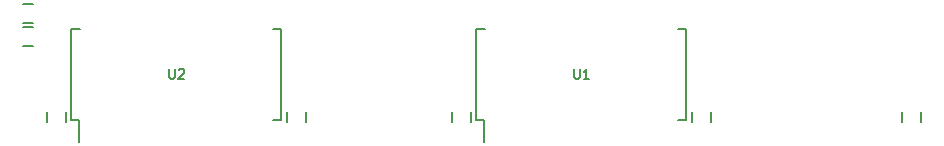
<source format=gto>
G04 #@! TF.GenerationSoftware,KiCad,Pcbnew,(5.1.10-1-10_14)*
G04 #@! TF.CreationDate,2021-06-21T04:48:21-04:00*
G04 #@! TF.ProjectId,GW4190-SOP,47573431-3930-42d5-934f-502e6b696361,2.0-SOP*
G04 #@! TF.SameCoordinates,Original*
G04 #@! TF.FileFunction,Legend,Top*
G04 #@! TF.FilePolarity,Positive*
%FSLAX46Y46*%
G04 Gerber Fmt 4.6, Leading zero omitted, Abs format (unit mm)*
G04 Created by KiCad (PCBNEW (5.1.10-1-10_14)) date 2021-06-21 04:48:21*
%MOMM*%
%LPD*%
G01*
G04 APERTURE LIST*
%ADD10C,0.152400*%
%ADD11C,0.203200*%
%ADD12C,0.952400*%
G04 APERTURE END LIST*
D10*
X85890000Y-93663400D02*
X85890000Y-92850600D01*
X84290000Y-93663400D02*
X84290000Y-92850600D01*
X106210000Y-93663400D02*
X106210000Y-92850600D01*
X104610000Y-93663400D02*
X104610000Y-92850600D01*
X120180000Y-93663400D02*
X120180000Y-92850600D01*
X118580000Y-93663400D02*
X118580000Y-92850600D01*
X158280000Y-93663400D02*
X158280000Y-92850600D01*
X156680000Y-93663400D02*
X156680000Y-92850600D01*
X140500000Y-93663400D02*
X140500000Y-92850600D01*
X138900000Y-93663400D02*
X138900000Y-92850600D01*
X83106400Y-85700000D02*
X82293600Y-85700000D01*
X83106400Y-87300000D02*
X82293600Y-87300000D01*
X82293600Y-85300000D02*
X83106400Y-85300000D01*
X82293600Y-83700000D02*
X83106400Y-83700000D01*
X120650000Y-93537000D02*
X121300000Y-93537000D01*
X120650000Y-85787000D02*
X121395000Y-85787000D01*
X138430000Y-85787000D02*
X137685000Y-85787000D01*
X138430000Y-93537000D02*
X137685000Y-93537000D01*
X120650000Y-93537000D02*
X120650000Y-85787000D01*
X138430000Y-93537000D02*
X138430000Y-85787000D01*
X121300000Y-93537000D02*
X121300000Y-95362000D01*
X87010000Y-93537000D02*
X87010000Y-95362000D01*
X104140000Y-93537000D02*
X104140000Y-85787000D01*
X86360000Y-93537000D02*
X86360000Y-85787000D01*
X104140000Y-93537000D02*
X103395000Y-93537000D01*
X104140000Y-85787000D02*
X103395000Y-85787000D01*
X86360000Y-85787000D02*
X87105000Y-85787000D01*
X86360000Y-93537000D02*
X87010000Y-93537000D01*
D11*
X128920723Y-89216895D02*
X128920723Y-89874876D01*
X128959428Y-89952285D01*
X128998133Y-89990990D01*
X129075542Y-90029695D01*
X129230361Y-90029695D01*
X129307771Y-89990990D01*
X129346476Y-89952285D01*
X129385180Y-89874876D01*
X129385180Y-89216895D01*
X130197980Y-90029695D02*
X129733523Y-90029695D01*
X129965752Y-90029695D02*
X129965752Y-89216895D01*
X129888342Y-89333009D01*
X129810933Y-89410419D01*
X129733523Y-89449123D01*
X94630723Y-89216895D02*
X94630723Y-89874876D01*
X94669428Y-89952285D01*
X94708133Y-89990990D01*
X94785542Y-90029695D01*
X94940361Y-90029695D01*
X95017771Y-89990990D01*
X95056476Y-89952285D01*
X95095180Y-89874876D01*
X95095180Y-89216895D01*
X95443523Y-89294304D02*
X95482228Y-89255600D01*
X95559638Y-89216895D01*
X95753161Y-89216895D01*
X95830571Y-89255600D01*
X95869276Y-89294304D01*
X95907980Y-89371714D01*
X95907980Y-89449123D01*
X95869276Y-89565238D01*
X95404819Y-90029695D01*
X95907980Y-90029695D01*
%LPC*%
G36*
G01*
X82854800Y-100939600D02*
X82854800Y-99212400D01*
G75*
G02*
X83337400Y-98729800I482600J0D01*
G01*
X84302600Y-98729800D01*
G75*
G02*
X84785200Y-99212400I0J-482600D01*
G01*
X84785200Y-100939600D01*
G75*
G02*
X84302600Y-101422200I-482600J0D01*
G01*
X83337400Y-101422200D01*
G75*
G02*
X82854800Y-100939600I0J482600D01*
G01*
G37*
G36*
G01*
X85394800Y-100939600D02*
X85394800Y-99212400D01*
G75*
G02*
X85877400Y-98729800I482600J0D01*
G01*
X86842600Y-98729800D01*
G75*
G02*
X87325200Y-99212400I0J-482600D01*
G01*
X87325200Y-100939600D01*
G75*
G02*
X86842600Y-101422200I-482600J0D01*
G01*
X85877400Y-101422200D01*
G75*
G02*
X85394800Y-100939600I0J482600D01*
G01*
G37*
D12*
X88900000Y-98806000D03*
G36*
G01*
X108254800Y-100939600D02*
X108254800Y-99212400D01*
G75*
G02*
X108737400Y-98729800I482600J0D01*
G01*
X109702600Y-98729800D01*
G75*
G02*
X110185200Y-99212400I0J-482600D01*
G01*
X110185200Y-100939600D01*
G75*
G02*
X109702600Y-101422200I-482600J0D01*
G01*
X108737400Y-101422200D01*
G75*
G02*
X108254800Y-100939600I0J482600D01*
G01*
G37*
G36*
G01*
X93014800Y-100939600D02*
X93014800Y-99212400D01*
G75*
G02*
X93497400Y-98729800I482600J0D01*
G01*
X94462600Y-98729800D01*
G75*
G02*
X94945200Y-99212400I0J-482600D01*
G01*
X94945200Y-100939600D01*
G75*
G02*
X94462600Y-101422200I-482600J0D01*
G01*
X93497400Y-101422200D01*
G75*
G02*
X93014800Y-100939600I0J482600D01*
G01*
G37*
G36*
G01*
X110794800Y-100939600D02*
X110794800Y-99212400D01*
G75*
G02*
X111277400Y-98729800I482600J0D01*
G01*
X112242600Y-98729800D01*
G75*
G02*
X112725200Y-99212400I0J-482600D01*
G01*
X112725200Y-100939600D01*
G75*
G02*
X112242600Y-101422200I-482600J0D01*
G01*
X111277400Y-101422200D01*
G75*
G02*
X110794800Y-100939600I0J482600D01*
G01*
G37*
G36*
G01*
X146354800Y-100939600D02*
X146354800Y-99212400D01*
G75*
G02*
X146837400Y-98729800I482600J0D01*
G01*
X147802600Y-98729800D01*
G75*
G02*
X148285200Y-99212400I0J-482600D01*
G01*
X148285200Y-100939600D01*
G75*
G02*
X147802600Y-101422200I-482600J0D01*
G01*
X146837400Y-101422200D01*
G75*
G02*
X146354800Y-100939600I0J482600D01*
G01*
G37*
G36*
G01*
X113334800Y-100939600D02*
X113334800Y-99212400D01*
G75*
G02*
X113817400Y-98729800I482600J0D01*
G01*
X114782600Y-98729800D01*
G75*
G02*
X115265200Y-99212400I0J-482600D01*
G01*
X115265200Y-100939600D01*
G75*
G02*
X114782600Y-101422200I-482600J0D01*
G01*
X113817400Y-101422200D01*
G75*
G02*
X113334800Y-100939600I0J482600D01*
G01*
G37*
G36*
G01*
X115874800Y-100939600D02*
X115874800Y-99212400D01*
G75*
G02*
X116357400Y-98729800I482600J0D01*
G01*
X117322600Y-98729800D01*
G75*
G02*
X117805200Y-99212400I0J-482600D01*
G01*
X117805200Y-100939600D01*
G75*
G02*
X117322600Y-101422200I-482600J0D01*
G01*
X116357400Y-101422200D01*
G75*
G02*
X115874800Y-100939600I0J482600D01*
G01*
G37*
G36*
G01*
X90474800Y-100939600D02*
X90474800Y-99212400D01*
G75*
G02*
X90957400Y-98729800I482600J0D01*
G01*
X91922600Y-98729800D01*
G75*
G02*
X92405200Y-99212400I0J-482600D01*
G01*
X92405200Y-100939600D01*
G75*
G02*
X91922600Y-101422200I-482600J0D01*
G01*
X90957400Y-101422200D01*
G75*
G02*
X90474800Y-100939600I0J482600D01*
G01*
G37*
G36*
G01*
X153974800Y-100939600D02*
X153974800Y-99212400D01*
G75*
G02*
X154457400Y-98729800I482600J0D01*
G01*
X155422600Y-98729800D01*
G75*
G02*
X155905200Y-99212400I0J-482600D01*
G01*
X155905200Y-100939600D01*
G75*
G02*
X155422600Y-101422200I-482600J0D01*
G01*
X154457400Y-101422200D01*
G75*
G02*
X153974800Y-100939600I0J482600D01*
G01*
G37*
G36*
G01*
X87934800Y-100939600D02*
X87934800Y-99212400D01*
G75*
G02*
X88417400Y-98729800I482600J0D01*
G01*
X89382600Y-98729800D01*
G75*
G02*
X89865200Y-99212400I0J-482600D01*
G01*
X89865200Y-100939600D01*
G75*
G02*
X89382600Y-101422200I-482600J0D01*
G01*
X88417400Y-101422200D01*
G75*
G02*
X87934800Y-100939600I0J482600D01*
G01*
G37*
G36*
G01*
X141274800Y-100939600D02*
X141274800Y-99212400D01*
G75*
G02*
X141757400Y-98729800I482600J0D01*
G01*
X142722600Y-98729800D01*
G75*
G02*
X143205200Y-99212400I0J-482600D01*
G01*
X143205200Y-100939600D01*
G75*
G02*
X142722600Y-101422200I-482600J0D01*
G01*
X141757400Y-101422200D01*
G75*
G02*
X141274800Y-100939600I0J482600D01*
G01*
G37*
G36*
G01*
X120954800Y-100939600D02*
X120954800Y-99212400D01*
G75*
G02*
X121437400Y-98729800I482600J0D01*
G01*
X122402600Y-98729800D01*
G75*
G02*
X122885200Y-99212400I0J-482600D01*
G01*
X122885200Y-100939600D01*
G75*
G02*
X122402600Y-101422200I-482600J0D01*
G01*
X121437400Y-101422200D01*
G75*
G02*
X120954800Y-100939600I0J482600D01*
G01*
G37*
G36*
G01*
X131114800Y-100939600D02*
X131114800Y-99212400D01*
G75*
G02*
X131597400Y-98729800I482600J0D01*
G01*
X132562600Y-98729800D01*
G75*
G02*
X133045200Y-99212400I0J-482600D01*
G01*
X133045200Y-100939600D01*
G75*
G02*
X132562600Y-101422200I-482600J0D01*
G01*
X131597400Y-101422200D01*
G75*
G02*
X131114800Y-100939600I0J482600D01*
G01*
G37*
G36*
G01*
X138734800Y-100939600D02*
X138734800Y-99212400D01*
G75*
G02*
X139217400Y-98729800I482600J0D01*
G01*
X140182600Y-98729800D01*
G75*
G02*
X140665200Y-99212400I0J-482600D01*
G01*
X140665200Y-100939600D01*
G75*
G02*
X140182600Y-101422200I-482600J0D01*
G01*
X139217400Y-101422200D01*
G75*
G02*
X138734800Y-100939600I0J482600D01*
G01*
G37*
G36*
G01*
X103174800Y-100939600D02*
X103174800Y-99212400D01*
G75*
G02*
X103657400Y-98729800I482600J0D01*
G01*
X104622600Y-98729800D01*
G75*
G02*
X105105200Y-99212400I0J-482600D01*
G01*
X105105200Y-100939600D01*
G75*
G02*
X104622600Y-101422200I-482600J0D01*
G01*
X103657400Y-101422200D01*
G75*
G02*
X103174800Y-100939600I0J482600D01*
G01*
G37*
G36*
G01*
X126034800Y-100939600D02*
X126034800Y-99212400D01*
G75*
G02*
X126517400Y-98729800I482600J0D01*
G01*
X127482600Y-98729800D01*
G75*
G02*
X127965200Y-99212400I0J-482600D01*
G01*
X127965200Y-100939600D01*
G75*
G02*
X127482600Y-101422200I-482600J0D01*
G01*
X126517400Y-101422200D01*
G75*
G02*
X126034800Y-100939600I0J482600D01*
G01*
G37*
G36*
G01*
X133654800Y-100939600D02*
X133654800Y-99212400D01*
G75*
G02*
X134137400Y-98729800I482600J0D01*
G01*
X135102600Y-98729800D01*
G75*
G02*
X135585200Y-99212400I0J-482600D01*
G01*
X135585200Y-100939600D01*
G75*
G02*
X135102600Y-101422200I-482600J0D01*
G01*
X134137400Y-101422200D01*
G75*
G02*
X133654800Y-100939600I0J482600D01*
G01*
G37*
G36*
G01*
X128574800Y-100939600D02*
X128574800Y-99212400D01*
G75*
G02*
X129057400Y-98729800I482600J0D01*
G01*
X130022600Y-98729800D01*
G75*
G02*
X130505200Y-99212400I0J-482600D01*
G01*
X130505200Y-100939600D01*
G75*
G02*
X130022600Y-101422200I-482600J0D01*
G01*
X129057400Y-101422200D01*
G75*
G02*
X128574800Y-100939600I0J482600D01*
G01*
G37*
G36*
G01*
X105714800Y-100939600D02*
X105714800Y-99212400D01*
G75*
G02*
X106197400Y-98729800I482600J0D01*
G01*
X107162600Y-98729800D01*
G75*
G02*
X107645200Y-99212400I0J-482600D01*
G01*
X107645200Y-100939600D01*
G75*
G02*
X107162600Y-101422200I-482600J0D01*
G01*
X106197400Y-101422200D01*
G75*
G02*
X105714800Y-100939600I0J482600D01*
G01*
G37*
G36*
G01*
X136194800Y-100939600D02*
X136194800Y-99212400D01*
G75*
G02*
X136677400Y-98729800I482600J0D01*
G01*
X137642600Y-98729800D01*
G75*
G02*
X138125200Y-99212400I0J-482600D01*
G01*
X138125200Y-100939600D01*
G75*
G02*
X137642600Y-101422200I-482600J0D01*
G01*
X136677400Y-101422200D01*
G75*
G02*
X136194800Y-100939600I0J482600D01*
G01*
G37*
G36*
G01*
X95554800Y-100939600D02*
X95554800Y-99212400D01*
G75*
G02*
X96037400Y-98729800I482600J0D01*
G01*
X97002600Y-98729800D01*
G75*
G02*
X97485200Y-99212400I0J-482600D01*
G01*
X97485200Y-100939600D01*
G75*
G02*
X97002600Y-101422200I-482600J0D01*
G01*
X96037400Y-101422200D01*
G75*
G02*
X95554800Y-100939600I0J482600D01*
G01*
G37*
G36*
G01*
X123494800Y-100939600D02*
X123494800Y-99212400D01*
G75*
G02*
X123977400Y-98729800I482600J0D01*
G01*
X124942600Y-98729800D01*
G75*
G02*
X125425200Y-99212400I0J-482600D01*
G01*
X125425200Y-100939600D01*
G75*
G02*
X124942600Y-101422200I-482600J0D01*
G01*
X123977400Y-101422200D01*
G75*
G02*
X123494800Y-100939600I0J482600D01*
G01*
G37*
G36*
G01*
X98094800Y-100939600D02*
X98094800Y-99212400D01*
G75*
G02*
X98577400Y-98729800I482600J0D01*
G01*
X99542600Y-98729800D01*
G75*
G02*
X100025200Y-99212400I0J-482600D01*
G01*
X100025200Y-100939600D01*
G75*
G02*
X99542600Y-101422200I-482600J0D01*
G01*
X98577400Y-101422200D01*
G75*
G02*
X98094800Y-100939600I0J482600D01*
G01*
G37*
G36*
G01*
X100634800Y-100939600D02*
X100634800Y-99212400D01*
G75*
G02*
X101117400Y-98729800I482600J0D01*
G01*
X102082600Y-98729800D01*
G75*
G02*
X102565200Y-99212400I0J-482600D01*
G01*
X102565200Y-100939600D01*
G75*
G02*
X102082600Y-101422200I-482600J0D01*
G01*
X101117400Y-101422200D01*
G75*
G02*
X100634800Y-100939600I0J482600D01*
G01*
G37*
G36*
G01*
X148894800Y-100939600D02*
X148894800Y-99212400D01*
G75*
G02*
X149377400Y-98729800I482600J0D01*
G01*
X150342600Y-98729800D01*
G75*
G02*
X150825200Y-99212400I0J-482600D01*
G01*
X150825200Y-100939600D01*
G75*
G02*
X150342600Y-101422200I-482600J0D01*
G01*
X149377400Y-101422200D01*
G75*
G02*
X148894800Y-100939600I0J482600D01*
G01*
G37*
G36*
G01*
X151434800Y-100939600D02*
X151434800Y-99212400D01*
G75*
G02*
X151917400Y-98729800I482600J0D01*
G01*
X152882600Y-98729800D01*
G75*
G02*
X153365200Y-99212400I0J-482600D01*
G01*
X153365200Y-100939600D01*
G75*
G02*
X152882600Y-101422200I-482600J0D01*
G01*
X151917400Y-101422200D01*
G75*
G02*
X151434800Y-100939600I0J482600D01*
G01*
G37*
G36*
G01*
X156514800Y-100939600D02*
X156514800Y-99212400D01*
G75*
G02*
X156997400Y-98729800I482600J0D01*
G01*
X157962600Y-98729800D01*
G75*
G02*
X158445200Y-99212400I0J-482600D01*
G01*
X158445200Y-100939600D01*
G75*
G02*
X157962600Y-101422200I-482600J0D01*
G01*
X156997400Y-101422200D01*
G75*
G02*
X156514800Y-100939600I0J482600D01*
G01*
G37*
G36*
G01*
X118414800Y-100939600D02*
X118414800Y-99212400D01*
G75*
G02*
X118897400Y-98729800I482600J0D01*
G01*
X119862600Y-98729800D01*
G75*
G02*
X120345200Y-99212400I0J-482600D01*
G01*
X120345200Y-100939600D01*
G75*
G02*
X119862600Y-101422200I-482600J0D01*
G01*
X118897400Y-101422200D01*
G75*
G02*
X118414800Y-100939600I0J482600D01*
G01*
G37*
G36*
G01*
X143814800Y-100939600D02*
X143814800Y-99212400D01*
G75*
G02*
X144297400Y-98729800I482600J0D01*
G01*
X145262600Y-98729800D01*
G75*
G02*
X145745200Y-99212400I0J-482600D01*
G01*
X145745200Y-100939600D01*
G75*
G02*
X145262600Y-101422200I-482600J0D01*
G01*
X144297400Y-101422200D01*
G75*
G02*
X143814800Y-100939600I0J482600D01*
G01*
G37*
X86360000Y-98806000D03*
X83820000Y-98806000D03*
X93980000Y-98806000D03*
X91440000Y-98806000D03*
X96520000Y-98806000D03*
X99060000Y-98806000D03*
X104140000Y-98806000D03*
X101600000Y-98806000D03*
X109220000Y-98806000D03*
X106680000Y-98806000D03*
X111760000Y-98806000D03*
X116840000Y-98806000D03*
X114300000Y-98806000D03*
X119380000Y-98806000D03*
X124460000Y-98806000D03*
X121920000Y-98806000D03*
X127000000Y-98806000D03*
X149860000Y-98806000D03*
X147320000Y-98806000D03*
X152400000Y-98806000D03*
X134620000Y-98806000D03*
X132080000Y-98806000D03*
X137160000Y-98806000D03*
X142240000Y-98806000D03*
X139700000Y-98806000D03*
X144780000Y-98806000D03*
X129540000Y-98806000D03*
X154940000Y-98806000D03*
X157480000Y-98806000D03*
G36*
G01*
X85552500Y-92982000D02*
X84627500Y-92982000D01*
G75*
G02*
X84340000Y-92694500I0J287500D01*
G01*
X84340000Y-92119500D01*
G75*
G02*
X84627500Y-91832000I287500J0D01*
G01*
X85552500Y-91832000D01*
G75*
G02*
X85840000Y-92119500I0J-287500D01*
G01*
X85840000Y-92694500D01*
G75*
G02*
X85552500Y-92982000I-287500J0D01*
G01*
G37*
G36*
G01*
X85552500Y-94682000D02*
X84627500Y-94682000D01*
G75*
G02*
X84340000Y-94394500I0J287500D01*
G01*
X84340000Y-93819500D01*
G75*
G02*
X84627500Y-93532000I287500J0D01*
G01*
X85552500Y-93532000D01*
G75*
G02*
X85840000Y-93819500I0J-287500D01*
G01*
X85840000Y-94394500D01*
G75*
G02*
X85552500Y-94682000I-287500J0D01*
G01*
G37*
G36*
G01*
X105872500Y-92982000D02*
X104947500Y-92982000D01*
G75*
G02*
X104660000Y-92694500I0J287500D01*
G01*
X104660000Y-92119500D01*
G75*
G02*
X104947500Y-91832000I287500J0D01*
G01*
X105872500Y-91832000D01*
G75*
G02*
X106160000Y-92119500I0J-287500D01*
G01*
X106160000Y-92694500D01*
G75*
G02*
X105872500Y-92982000I-287500J0D01*
G01*
G37*
G36*
G01*
X105872500Y-94682000D02*
X104947500Y-94682000D01*
G75*
G02*
X104660000Y-94394500I0J287500D01*
G01*
X104660000Y-93819500D01*
G75*
G02*
X104947500Y-93532000I287500J0D01*
G01*
X105872500Y-93532000D01*
G75*
G02*
X106160000Y-93819500I0J-287500D01*
G01*
X106160000Y-94394500D01*
G75*
G02*
X105872500Y-94682000I-287500J0D01*
G01*
G37*
G36*
G01*
X119842500Y-92982000D02*
X118917500Y-92982000D01*
G75*
G02*
X118630000Y-92694500I0J287500D01*
G01*
X118630000Y-92119500D01*
G75*
G02*
X118917500Y-91832000I287500J0D01*
G01*
X119842500Y-91832000D01*
G75*
G02*
X120130000Y-92119500I0J-287500D01*
G01*
X120130000Y-92694500D01*
G75*
G02*
X119842500Y-92982000I-287500J0D01*
G01*
G37*
G36*
G01*
X119842500Y-94682000D02*
X118917500Y-94682000D01*
G75*
G02*
X118630000Y-94394500I0J287500D01*
G01*
X118630000Y-93819500D01*
G75*
G02*
X118917500Y-93532000I287500J0D01*
G01*
X119842500Y-93532000D01*
G75*
G02*
X120130000Y-93819500I0J-287500D01*
G01*
X120130000Y-94394500D01*
G75*
G02*
X119842500Y-94682000I-287500J0D01*
G01*
G37*
G36*
G01*
X157942500Y-92982000D02*
X157017500Y-92982000D01*
G75*
G02*
X156730000Y-92694500I0J287500D01*
G01*
X156730000Y-92119500D01*
G75*
G02*
X157017500Y-91832000I287500J0D01*
G01*
X157942500Y-91832000D01*
G75*
G02*
X158230000Y-92119500I0J-287500D01*
G01*
X158230000Y-92694500D01*
G75*
G02*
X157942500Y-92982000I-287500J0D01*
G01*
G37*
G36*
G01*
X157942500Y-94682000D02*
X157017500Y-94682000D01*
G75*
G02*
X156730000Y-94394500I0J287500D01*
G01*
X156730000Y-93819500D01*
G75*
G02*
X157017500Y-93532000I287500J0D01*
G01*
X157942500Y-93532000D01*
G75*
G02*
X158230000Y-93819500I0J-287500D01*
G01*
X158230000Y-94394500D01*
G75*
G02*
X157942500Y-94682000I-287500J0D01*
G01*
G37*
G36*
G01*
X140162500Y-92982000D02*
X139237500Y-92982000D01*
G75*
G02*
X138950000Y-92694500I0J287500D01*
G01*
X138950000Y-92119500D01*
G75*
G02*
X139237500Y-91832000I287500J0D01*
G01*
X140162500Y-91832000D01*
G75*
G02*
X140450000Y-92119500I0J-287500D01*
G01*
X140450000Y-92694500D01*
G75*
G02*
X140162500Y-92982000I-287500J0D01*
G01*
G37*
G36*
G01*
X140162500Y-94682000D02*
X139237500Y-94682000D01*
G75*
G02*
X138950000Y-94394500I0J287500D01*
G01*
X138950000Y-93819500D01*
G75*
G02*
X139237500Y-93532000I287500J0D01*
G01*
X140162500Y-93532000D01*
G75*
G02*
X140450000Y-93819500I0J-287500D01*
G01*
X140450000Y-94394500D01*
G75*
G02*
X140162500Y-94682000I-287500J0D01*
G01*
G37*
G36*
G01*
X82225000Y-85987500D02*
X82225000Y-87012500D01*
G75*
G02*
X81987500Y-87250000I-237500J0D01*
G01*
X81512500Y-87250000D01*
G75*
G02*
X81275000Y-87012500I0J237500D01*
G01*
X81275000Y-85987500D01*
G75*
G02*
X81512500Y-85750000I237500J0D01*
G01*
X81987500Y-85750000D01*
G75*
G02*
X82225000Y-85987500I0J-237500D01*
G01*
G37*
G36*
G01*
X84125000Y-85987500D02*
X84125000Y-87012500D01*
G75*
G02*
X83887500Y-87250000I-237500J0D01*
G01*
X83412500Y-87250000D01*
G75*
G02*
X83175000Y-87012500I0J237500D01*
G01*
X83175000Y-85987500D01*
G75*
G02*
X83412500Y-85750000I237500J0D01*
G01*
X83887500Y-85750000D01*
G75*
G02*
X84125000Y-85987500I0J-237500D01*
G01*
G37*
G36*
G01*
X83175000Y-85012500D02*
X83175000Y-83987500D01*
G75*
G02*
X83412500Y-83750000I237500J0D01*
G01*
X83887500Y-83750000D01*
G75*
G02*
X84125000Y-83987500I0J-237500D01*
G01*
X84125000Y-85012500D01*
G75*
G02*
X83887500Y-85250000I-237500J0D01*
G01*
X83412500Y-85250000D01*
G75*
G02*
X83175000Y-85012500I0J237500D01*
G01*
G37*
G36*
G01*
X81275000Y-85012500D02*
X81275000Y-83987500D01*
G75*
G02*
X81512500Y-83750000I237500J0D01*
G01*
X81987500Y-83750000D01*
G75*
G02*
X82225000Y-83987500I0J-237500D01*
G01*
X82225000Y-85012500D01*
G75*
G02*
X81987500Y-85250000I-237500J0D01*
G01*
X81512500Y-85250000D01*
G75*
G02*
X81275000Y-85012500I0J237500D01*
G01*
G37*
G36*
G01*
X122095000Y-95427000D02*
X121745000Y-95427000D01*
G75*
G02*
X121570000Y-95252000I0J175000D01*
G01*
X121570000Y-93470000D01*
G75*
G02*
X121745000Y-93295000I175000J0D01*
G01*
X122095000Y-93295000D01*
G75*
G02*
X122270000Y-93470000I0J-175000D01*
G01*
X122270000Y-95252000D01*
G75*
G02*
X122095000Y-95427000I-175000J0D01*
G01*
G37*
G36*
G01*
X123365000Y-95427000D02*
X123015000Y-95427000D01*
G75*
G02*
X122840000Y-95252000I0J175000D01*
G01*
X122840000Y-93470000D01*
G75*
G02*
X123015000Y-93295000I175000J0D01*
G01*
X123365000Y-93295000D01*
G75*
G02*
X123540000Y-93470000I0J-175000D01*
G01*
X123540000Y-95252000D01*
G75*
G02*
X123365000Y-95427000I-175000J0D01*
G01*
G37*
G36*
G01*
X124635000Y-95427000D02*
X124285000Y-95427000D01*
G75*
G02*
X124110000Y-95252000I0J175000D01*
G01*
X124110000Y-93470000D01*
G75*
G02*
X124285000Y-93295000I175000J0D01*
G01*
X124635000Y-93295000D01*
G75*
G02*
X124810000Y-93470000I0J-175000D01*
G01*
X124810000Y-95252000D01*
G75*
G02*
X124635000Y-95427000I-175000J0D01*
G01*
G37*
G36*
G01*
X125905000Y-95427000D02*
X125555000Y-95427000D01*
G75*
G02*
X125380000Y-95252000I0J175000D01*
G01*
X125380000Y-93470000D01*
G75*
G02*
X125555000Y-93295000I175000J0D01*
G01*
X125905000Y-93295000D01*
G75*
G02*
X126080000Y-93470000I0J-175000D01*
G01*
X126080000Y-95252000D01*
G75*
G02*
X125905000Y-95427000I-175000J0D01*
G01*
G37*
G36*
G01*
X127175000Y-95427000D02*
X126825000Y-95427000D01*
G75*
G02*
X126650000Y-95252000I0J175000D01*
G01*
X126650000Y-93470000D01*
G75*
G02*
X126825000Y-93295000I175000J0D01*
G01*
X127175000Y-93295000D01*
G75*
G02*
X127350000Y-93470000I0J-175000D01*
G01*
X127350000Y-95252000D01*
G75*
G02*
X127175000Y-95427000I-175000J0D01*
G01*
G37*
G36*
G01*
X128445000Y-95427000D02*
X128095000Y-95427000D01*
G75*
G02*
X127920000Y-95252000I0J175000D01*
G01*
X127920000Y-93470000D01*
G75*
G02*
X128095000Y-93295000I175000J0D01*
G01*
X128445000Y-93295000D01*
G75*
G02*
X128620000Y-93470000I0J-175000D01*
G01*
X128620000Y-95252000D01*
G75*
G02*
X128445000Y-95427000I-175000J0D01*
G01*
G37*
G36*
G01*
X130985000Y-95427000D02*
X130635000Y-95427000D01*
G75*
G02*
X130460000Y-95252000I0J175000D01*
G01*
X130460000Y-93470000D01*
G75*
G02*
X130635000Y-93295000I175000J0D01*
G01*
X130985000Y-93295000D01*
G75*
G02*
X131160000Y-93470000I0J-175000D01*
G01*
X131160000Y-95252000D01*
G75*
G02*
X130985000Y-95427000I-175000J0D01*
G01*
G37*
G36*
G01*
X132255000Y-95427000D02*
X131905000Y-95427000D01*
G75*
G02*
X131730000Y-95252000I0J175000D01*
G01*
X131730000Y-93470000D01*
G75*
G02*
X131905000Y-93295000I175000J0D01*
G01*
X132255000Y-93295000D01*
G75*
G02*
X132430000Y-93470000I0J-175000D01*
G01*
X132430000Y-95252000D01*
G75*
G02*
X132255000Y-95427000I-175000J0D01*
G01*
G37*
G36*
G01*
X133525000Y-95427000D02*
X133175000Y-95427000D01*
G75*
G02*
X133000000Y-95252000I0J175000D01*
G01*
X133000000Y-93470000D01*
G75*
G02*
X133175000Y-93295000I175000J0D01*
G01*
X133525000Y-93295000D01*
G75*
G02*
X133700000Y-93470000I0J-175000D01*
G01*
X133700000Y-95252000D01*
G75*
G02*
X133525000Y-95427000I-175000J0D01*
G01*
G37*
G36*
G01*
X134795000Y-95427000D02*
X134445000Y-95427000D01*
G75*
G02*
X134270000Y-95252000I0J175000D01*
G01*
X134270000Y-93470000D01*
G75*
G02*
X134445000Y-93295000I175000J0D01*
G01*
X134795000Y-93295000D01*
G75*
G02*
X134970000Y-93470000I0J-175000D01*
G01*
X134970000Y-95252000D01*
G75*
G02*
X134795000Y-95427000I-175000J0D01*
G01*
G37*
G36*
G01*
X136065000Y-95427000D02*
X135715000Y-95427000D01*
G75*
G02*
X135540000Y-95252000I0J175000D01*
G01*
X135540000Y-93470000D01*
G75*
G02*
X135715000Y-93295000I175000J0D01*
G01*
X136065000Y-93295000D01*
G75*
G02*
X136240000Y-93470000I0J-175000D01*
G01*
X136240000Y-95252000D01*
G75*
G02*
X136065000Y-95427000I-175000J0D01*
G01*
G37*
G36*
G01*
X137335000Y-95427000D02*
X136985000Y-95427000D01*
G75*
G02*
X136810000Y-95252000I0J175000D01*
G01*
X136810000Y-93470000D01*
G75*
G02*
X136985000Y-93295000I175000J0D01*
G01*
X137335000Y-93295000D01*
G75*
G02*
X137510000Y-93470000I0J-175000D01*
G01*
X137510000Y-95252000D01*
G75*
G02*
X137335000Y-95427000I-175000J0D01*
G01*
G37*
G36*
G01*
X137335000Y-86029000D02*
X136985000Y-86029000D01*
G75*
G02*
X136810000Y-85854000I0J175000D01*
G01*
X136810000Y-84072000D01*
G75*
G02*
X136985000Y-83897000I175000J0D01*
G01*
X137335000Y-83897000D01*
G75*
G02*
X137510000Y-84072000I0J-175000D01*
G01*
X137510000Y-85854000D01*
G75*
G02*
X137335000Y-86029000I-175000J0D01*
G01*
G37*
G36*
G01*
X136065000Y-86029000D02*
X135715000Y-86029000D01*
G75*
G02*
X135540000Y-85854000I0J175000D01*
G01*
X135540000Y-84072000D01*
G75*
G02*
X135715000Y-83897000I175000J0D01*
G01*
X136065000Y-83897000D01*
G75*
G02*
X136240000Y-84072000I0J-175000D01*
G01*
X136240000Y-85854000D01*
G75*
G02*
X136065000Y-86029000I-175000J0D01*
G01*
G37*
G36*
G01*
X134795000Y-86029000D02*
X134445000Y-86029000D01*
G75*
G02*
X134270000Y-85854000I0J175000D01*
G01*
X134270000Y-84072000D01*
G75*
G02*
X134445000Y-83897000I175000J0D01*
G01*
X134795000Y-83897000D01*
G75*
G02*
X134970000Y-84072000I0J-175000D01*
G01*
X134970000Y-85854000D01*
G75*
G02*
X134795000Y-86029000I-175000J0D01*
G01*
G37*
G36*
G01*
X133525000Y-86029000D02*
X133175000Y-86029000D01*
G75*
G02*
X133000000Y-85854000I0J175000D01*
G01*
X133000000Y-84072000D01*
G75*
G02*
X133175000Y-83897000I175000J0D01*
G01*
X133525000Y-83897000D01*
G75*
G02*
X133700000Y-84072000I0J-175000D01*
G01*
X133700000Y-85854000D01*
G75*
G02*
X133525000Y-86029000I-175000J0D01*
G01*
G37*
G36*
G01*
X132255000Y-86029000D02*
X131905000Y-86029000D01*
G75*
G02*
X131730000Y-85854000I0J175000D01*
G01*
X131730000Y-84072000D01*
G75*
G02*
X131905000Y-83897000I175000J0D01*
G01*
X132255000Y-83897000D01*
G75*
G02*
X132430000Y-84072000I0J-175000D01*
G01*
X132430000Y-85854000D01*
G75*
G02*
X132255000Y-86029000I-175000J0D01*
G01*
G37*
G36*
G01*
X130985000Y-86029000D02*
X130635000Y-86029000D01*
G75*
G02*
X130460000Y-85854000I0J175000D01*
G01*
X130460000Y-84072000D01*
G75*
G02*
X130635000Y-83897000I175000J0D01*
G01*
X130985000Y-83897000D01*
G75*
G02*
X131160000Y-84072000I0J-175000D01*
G01*
X131160000Y-85854000D01*
G75*
G02*
X130985000Y-86029000I-175000J0D01*
G01*
G37*
G36*
G01*
X128445000Y-86029000D02*
X128095000Y-86029000D01*
G75*
G02*
X127920000Y-85854000I0J175000D01*
G01*
X127920000Y-84072000D01*
G75*
G02*
X128095000Y-83897000I175000J0D01*
G01*
X128445000Y-83897000D01*
G75*
G02*
X128620000Y-84072000I0J-175000D01*
G01*
X128620000Y-85854000D01*
G75*
G02*
X128445000Y-86029000I-175000J0D01*
G01*
G37*
G36*
G01*
X127175000Y-86029000D02*
X126825000Y-86029000D01*
G75*
G02*
X126650000Y-85854000I0J175000D01*
G01*
X126650000Y-84072000D01*
G75*
G02*
X126825000Y-83897000I175000J0D01*
G01*
X127175000Y-83897000D01*
G75*
G02*
X127350000Y-84072000I0J-175000D01*
G01*
X127350000Y-85854000D01*
G75*
G02*
X127175000Y-86029000I-175000J0D01*
G01*
G37*
G36*
G01*
X125905000Y-86029000D02*
X125555000Y-86029000D01*
G75*
G02*
X125380000Y-85854000I0J175000D01*
G01*
X125380000Y-84072000D01*
G75*
G02*
X125555000Y-83897000I175000J0D01*
G01*
X125905000Y-83897000D01*
G75*
G02*
X126080000Y-84072000I0J-175000D01*
G01*
X126080000Y-85854000D01*
G75*
G02*
X125905000Y-86029000I-175000J0D01*
G01*
G37*
G36*
G01*
X124635000Y-86029000D02*
X124285000Y-86029000D01*
G75*
G02*
X124110000Y-85854000I0J175000D01*
G01*
X124110000Y-84072000D01*
G75*
G02*
X124285000Y-83897000I175000J0D01*
G01*
X124635000Y-83897000D01*
G75*
G02*
X124810000Y-84072000I0J-175000D01*
G01*
X124810000Y-85854000D01*
G75*
G02*
X124635000Y-86029000I-175000J0D01*
G01*
G37*
G36*
G01*
X123365000Y-86029000D02*
X123015000Y-86029000D01*
G75*
G02*
X122840000Y-85854000I0J175000D01*
G01*
X122840000Y-84072000D01*
G75*
G02*
X123015000Y-83897000I175000J0D01*
G01*
X123365000Y-83897000D01*
G75*
G02*
X123540000Y-84072000I0J-175000D01*
G01*
X123540000Y-85854000D01*
G75*
G02*
X123365000Y-86029000I-175000J0D01*
G01*
G37*
G36*
G01*
X122095000Y-86029000D02*
X121745000Y-86029000D01*
G75*
G02*
X121570000Y-85854000I0J175000D01*
G01*
X121570000Y-84072000D01*
G75*
G02*
X121745000Y-83897000I175000J0D01*
G01*
X122095000Y-83897000D01*
G75*
G02*
X122270000Y-84072000I0J-175000D01*
G01*
X122270000Y-85854000D01*
G75*
G02*
X122095000Y-86029000I-175000J0D01*
G01*
G37*
G36*
G01*
X87805000Y-86029000D02*
X87455000Y-86029000D01*
G75*
G02*
X87280000Y-85854000I0J175000D01*
G01*
X87280000Y-84072000D01*
G75*
G02*
X87455000Y-83897000I175000J0D01*
G01*
X87805000Y-83897000D01*
G75*
G02*
X87980000Y-84072000I0J-175000D01*
G01*
X87980000Y-85854000D01*
G75*
G02*
X87805000Y-86029000I-175000J0D01*
G01*
G37*
G36*
G01*
X89075000Y-86029000D02*
X88725000Y-86029000D01*
G75*
G02*
X88550000Y-85854000I0J175000D01*
G01*
X88550000Y-84072000D01*
G75*
G02*
X88725000Y-83897000I175000J0D01*
G01*
X89075000Y-83897000D01*
G75*
G02*
X89250000Y-84072000I0J-175000D01*
G01*
X89250000Y-85854000D01*
G75*
G02*
X89075000Y-86029000I-175000J0D01*
G01*
G37*
G36*
G01*
X90345000Y-86029000D02*
X89995000Y-86029000D01*
G75*
G02*
X89820000Y-85854000I0J175000D01*
G01*
X89820000Y-84072000D01*
G75*
G02*
X89995000Y-83897000I175000J0D01*
G01*
X90345000Y-83897000D01*
G75*
G02*
X90520000Y-84072000I0J-175000D01*
G01*
X90520000Y-85854000D01*
G75*
G02*
X90345000Y-86029000I-175000J0D01*
G01*
G37*
G36*
G01*
X91615000Y-86029000D02*
X91265000Y-86029000D01*
G75*
G02*
X91090000Y-85854000I0J175000D01*
G01*
X91090000Y-84072000D01*
G75*
G02*
X91265000Y-83897000I175000J0D01*
G01*
X91615000Y-83897000D01*
G75*
G02*
X91790000Y-84072000I0J-175000D01*
G01*
X91790000Y-85854000D01*
G75*
G02*
X91615000Y-86029000I-175000J0D01*
G01*
G37*
G36*
G01*
X92885000Y-86029000D02*
X92535000Y-86029000D01*
G75*
G02*
X92360000Y-85854000I0J175000D01*
G01*
X92360000Y-84072000D01*
G75*
G02*
X92535000Y-83897000I175000J0D01*
G01*
X92885000Y-83897000D01*
G75*
G02*
X93060000Y-84072000I0J-175000D01*
G01*
X93060000Y-85854000D01*
G75*
G02*
X92885000Y-86029000I-175000J0D01*
G01*
G37*
G36*
G01*
X94155000Y-86029000D02*
X93805000Y-86029000D01*
G75*
G02*
X93630000Y-85854000I0J175000D01*
G01*
X93630000Y-84072000D01*
G75*
G02*
X93805000Y-83897000I175000J0D01*
G01*
X94155000Y-83897000D01*
G75*
G02*
X94330000Y-84072000I0J-175000D01*
G01*
X94330000Y-85854000D01*
G75*
G02*
X94155000Y-86029000I-175000J0D01*
G01*
G37*
G36*
G01*
X96695000Y-86029000D02*
X96345000Y-86029000D01*
G75*
G02*
X96170000Y-85854000I0J175000D01*
G01*
X96170000Y-84072000D01*
G75*
G02*
X96345000Y-83897000I175000J0D01*
G01*
X96695000Y-83897000D01*
G75*
G02*
X96870000Y-84072000I0J-175000D01*
G01*
X96870000Y-85854000D01*
G75*
G02*
X96695000Y-86029000I-175000J0D01*
G01*
G37*
G36*
G01*
X97965000Y-86029000D02*
X97615000Y-86029000D01*
G75*
G02*
X97440000Y-85854000I0J175000D01*
G01*
X97440000Y-84072000D01*
G75*
G02*
X97615000Y-83897000I175000J0D01*
G01*
X97965000Y-83897000D01*
G75*
G02*
X98140000Y-84072000I0J-175000D01*
G01*
X98140000Y-85854000D01*
G75*
G02*
X97965000Y-86029000I-175000J0D01*
G01*
G37*
G36*
G01*
X99235000Y-86029000D02*
X98885000Y-86029000D01*
G75*
G02*
X98710000Y-85854000I0J175000D01*
G01*
X98710000Y-84072000D01*
G75*
G02*
X98885000Y-83897000I175000J0D01*
G01*
X99235000Y-83897000D01*
G75*
G02*
X99410000Y-84072000I0J-175000D01*
G01*
X99410000Y-85854000D01*
G75*
G02*
X99235000Y-86029000I-175000J0D01*
G01*
G37*
G36*
G01*
X100505000Y-86029000D02*
X100155000Y-86029000D01*
G75*
G02*
X99980000Y-85854000I0J175000D01*
G01*
X99980000Y-84072000D01*
G75*
G02*
X100155000Y-83897000I175000J0D01*
G01*
X100505000Y-83897000D01*
G75*
G02*
X100680000Y-84072000I0J-175000D01*
G01*
X100680000Y-85854000D01*
G75*
G02*
X100505000Y-86029000I-175000J0D01*
G01*
G37*
G36*
G01*
X101775000Y-86029000D02*
X101425000Y-86029000D01*
G75*
G02*
X101250000Y-85854000I0J175000D01*
G01*
X101250000Y-84072000D01*
G75*
G02*
X101425000Y-83897000I175000J0D01*
G01*
X101775000Y-83897000D01*
G75*
G02*
X101950000Y-84072000I0J-175000D01*
G01*
X101950000Y-85854000D01*
G75*
G02*
X101775000Y-86029000I-175000J0D01*
G01*
G37*
G36*
G01*
X103045000Y-86029000D02*
X102695000Y-86029000D01*
G75*
G02*
X102520000Y-85854000I0J175000D01*
G01*
X102520000Y-84072000D01*
G75*
G02*
X102695000Y-83897000I175000J0D01*
G01*
X103045000Y-83897000D01*
G75*
G02*
X103220000Y-84072000I0J-175000D01*
G01*
X103220000Y-85854000D01*
G75*
G02*
X103045000Y-86029000I-175000J0D01*
G01*
G37*
G36*
G01*
X103045000Y-95427000D02*
X102695000Y-95427000D01*
G75*
G02*
X102520000Y-95252000I0J175000D01*
G01*
X102520000Y-93470000D01*
G75*
G02*
X102695000Y-93295000I175000J0D01*
G01*
X103045000Y-93295000D01*
G75*
G02*
X103220000Y-93470000I0J-175000D01*
G01*
X103220000Y-95252000D01*
G75*
G02*
X103045000Y-95427000I-175000J0D01*
G01*
G37*
G36*
G01*
X101775000Y-95427000D02*
X101425000Y-95427000D01*
G75*
G02*
X101250000Y-95252000I0J175000D01*
G01*
X101250000Y-93470000D01*
G75*
G02*
X101425000Y-93295000I175000J0D01*
G01*
X101775000Y-93295000D01*
G75*
G02*
X101950000Y-93470000I0J-175000D01*
G01*
X101950000Y-95252000D01*
G75*
G02*
X101775000Y-95427000I-175000J0D01*
G01*
G37*
G36*
G01*
X100505000Y-95427000D02*
X100155000Y-95427000D01*
G75*
G02*
X99980000Y-95252000I0J175000D01*
G01*
X99980000Y-93470000D01*
G75*
G02*
X100155000Y-93295000I175000J0D01*
G01*
X100505000Y-93295000D01*
G75*
G02*
X100680000Y-93470000I0J-175000D01*
G01*
X100680000Y-95252000D01*
G75*
G02*
X100505000Y-95427000I-175000J0D01*
G01*
G37*
G36*
G01*
X99235000Y-95427000D02*
X98885000Y-95427000D01*
G75*
G02*
X98710000Y-95252000I0J175000D01*
G01*
X98710000Y-93470000D01*
G75*
G02*
X98885000Y-93295000I175000J0D01*
G01*
X99235000Y-93295000D01*
G75*
G02*
X99410000Y-93470000I0J-175000D01*
G01*
X99410000Y-95252000D01*
G75*
G02*
X99235000Y-95427000I-175000J0D01*
G01*
G37*
G36*
G01*
X97965000Y-95427000D02*
X97615000Y-95427000D01*
G75*
G02*
X97440000Y-95252000I0J175000D01*
G01*
X97440000Y-93470000D01*
G75*
G02*
X97615000Y-93295000I175000J0D01*
G01*
X97965000Y-93295000D01*
G75*
G02*
X98140000Y-93470000I0J-175000D01*
G01*
X98140000Y-95252000D01*
G75*
G02*
X97965000Y-95427000I-175000J0D01*
G01*
G37*
G36*
G01*
X96695000Y-95427000D02*
X96345000Y-95427000D01*
G75*
G02*
X96170000Y-95252000I0J175000D01*
G01*
X96170000Y-93470000D01*
G75*
G02*
X96345000Y-93295000I175000J0D01*
G01*
X96695000Y-93295000D01*
G75*
G02*
X96870000Y-93470000I0J-175000D01*
G01*
X96870000Y-95252000D01*
G75*
G02*
X96695000Y-95427000I-175000J0D01*
G01*
G37*
G36*
G01*
X94155000Y-95427000D02*
X93805000Y-95427000D01*
G75*
G02*
X93630000Y-95252000I0J175000D01*
G01*
X93630000Y-93470000D01*
G75*
G02*
X93805000Y-93295000I175000J0D01*
G01*
X94155000Y-93295000D01*
G75*
G02*
X94330000Y-93470000I0J-175000D01*
G01*
X94330000Y-95252000D01*
G75*
G02*
X94155000Y-95427000I-175000J0D01*
G01*
G37*
G36*
G01*
X92885000Y-95427000D02*
X92535000Y-95427000D01*
G75*
G02*
X92360000Y-95252000I0J175000D01*
G01*
X92360000Y-93470000D01*
G75*
G02*
X92535000Y-93295000I175000J0D01*
G01*
X92885000Y-93295000D01*
G75*
G02*
X93060000Y-93470000I0J-175000D01*
G01*
X93060000Y-95252000D01*
G75*
G02*
X92885000Y-95427000I-175000J0D01*
G01*
G37*
G36*
G01*
X91615000Y-95427000D02*
X91265000Y-95427000D01*
G75*
G02*
X91090000Y-95252000I0J175000D01*
G01*
X91090000Y-93470000D01*
G75*
G02*
X91265000Y-93295000I175000J0D01*
G01*
X91615000Y-93295000D01*
G75*
G02*
X91790000Y-93470000I0J-175000D01*
G01*
X91790000Y-95252000D01*
G75*
G02*
X91615000Y-95427000I-175000J0D01*
G01*
G37*
G36*
G01*
X90345000Y-95427000D02*
X89995000Y-95427000D01*
G75*
G02*
X89820000Y-95252000I0J175000D01*
G01*
X89820000Y-93470000D01*
G75*
G02*
X89995000Y-93295000I175000J0D01*
G01*
X90345000Y-93295000D01*
G75*
G02*
X90520000Y-93470000I0J-175000D01*
G01*
X90520000Y-95252000D01*
G75*
G02*
X90345000Y-95427000I-175000J0D01*
G01*
G37*
G36*
G01*
X89075000Y-95427000D02*
X88725000Y-95427000D01*
G75*
G02*
X88550000Y-95252000I0J175000D01*
G01*
X88550000Y-93470000D01*
G75*
G02*
X88725000Y-93295000I175000J0D01*
G01*
X89075000Y-93295000D01*
G75*
G02*
X89250000Y-93470000I0J-175000D01*
G01*
X89250000Y-95252000D01*
G75*
G02*
X89075000Y-95427000I-175000J0D01*
G01*
G37*
G36*
G01*
X87805000Y-95427000D02*
X87455000Y-95427000D01*
G75*
G02*
X87280000Y-95252000I0J175000D01*
G01*
X87280000Y-93470000D01*
G75*
G02*
X87455000Y-93295000I175000J0D01*
G01*
X87805000Y-93295000D01*
G75*
G02*
X87980000Y-93470000I0J-175000D01*
G01*
X87980000Y-95252000D01*
G75*
G02*
X87805000Y-95427000I-175000J0D01*
G01*
G37*
M02*

</source>
